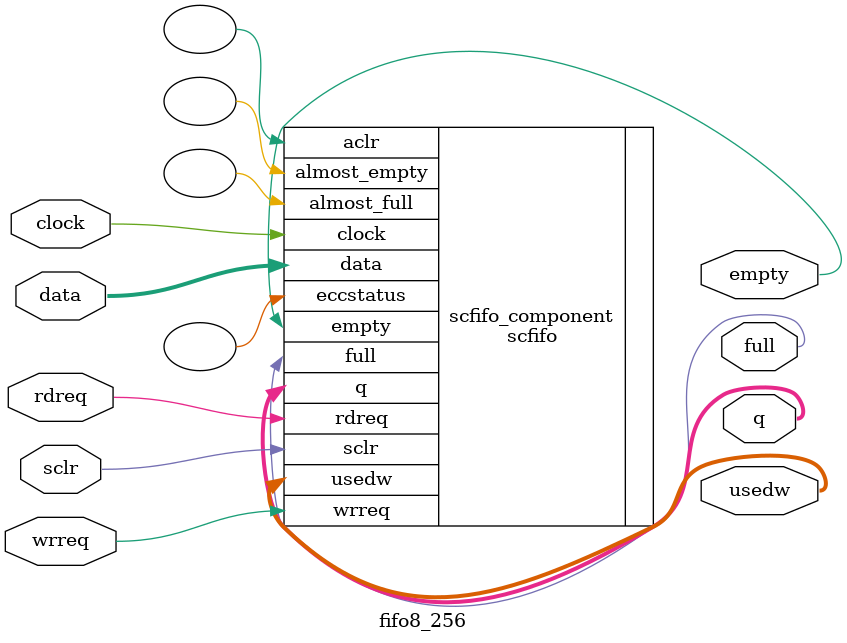
<source format=v>
module fifo8_256 (
  input  wire       clock,
  input  wire [7:0] data,
  input  wire       rdreq,
  input  wire       sclr,
  input  wire       wrreq,
  output wire       empty,
  output wire       full,
  output wire [7:0] q,
  output wire [8:0] usedw
);
  scfifo  scfifo_component (
        .clock (clock),
        .data (data),
        .rdreq (rdreq),
        .sclr (sclr),
        .wrreq (wrreq),
        .empty ( empty ),
        .full ( full ),
        .q ( q ),
        .aclr (),
        .almost_empty (),
        .almost_full (),
        .eccstatus (),
        .usedw ( usedw ));
  defparam
    scfifo_component.add_ram_output_register = "OFF",
    scfifo_component.intended_device_family = "Cyclone IV E",
    scfifo_component.lpm_numwords = 512,
    scfifo_component.lpm_showahead = "ON",
    scfifo_component.lpm_type = "scfifo",
    scfifo_component.lpm_width = 8,
    scfifo_component.lpm_widthu = 9,
    scfifo_component.overflow_checking = "ON",
    scfifo_component.underflow_checking = "ON",
    scfifo_component.use_eab = "ON";
endmodule
</source>
